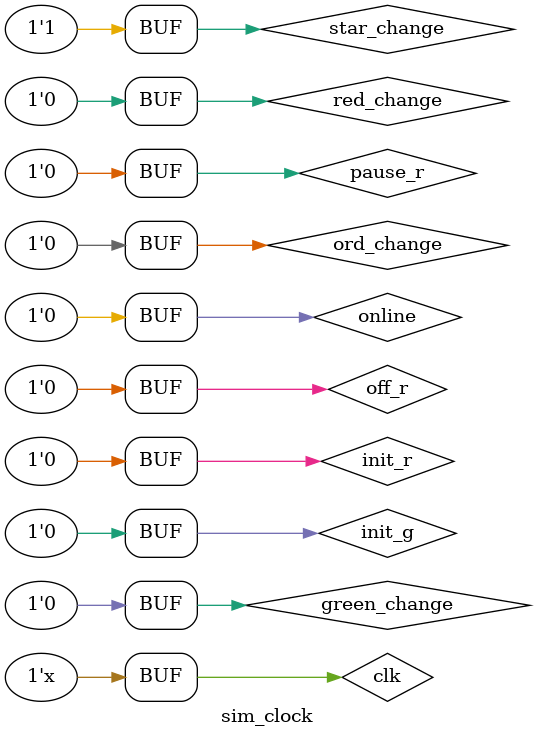
<source format=v>
`timescale 1ns / 1ps
module sim_clock();
    reg init_g, init_r, off_r, pause_r, online;
    reg clk;
    reg ord_change, green_change, red_change, star_change;
    //wire [7 : 0]SIG_C;
    //wire [3 : 0]AN;
    wire [5 : 0]led_state, p_led_state;
    wire [4 : 0]rest_time, p_rest_time;
    wire [4 : 0]next_time;
    wire load, stor;
    wire red_c, green_c, yellow_c, do_store, do_online;
    mod_time t(init_g, init_r, off_r, pause_r,online, 
        clk,
        ord_change, green_change, red_change, star_change,
        //SIG_C, AN, 
        led_state,
        rest_time, next_time);
    initial begin
        init_g <= 0; init_r <= 0; off_r <= 0;
        pause_r <= 0; clk <= 0; ord_change <= 0;
        green_change <= 0; red_change <= 0;
        star_change <= 0; online <= 0;
        #60 init_r = 1;

        #20 init_r = 1;
        #40 init_r = 0;

        #1000 online = 1;
        green_change = 1;
        
        #1000 green_change = 0;
        online = 0;
        
        #1000 pause_r = 1;
        #1000 pause_r = 0;

        #1000 star_change = 1;
    end

    always begin
        #5 clk = ~clk;
    end
endmodule // sim_clock
</source>
